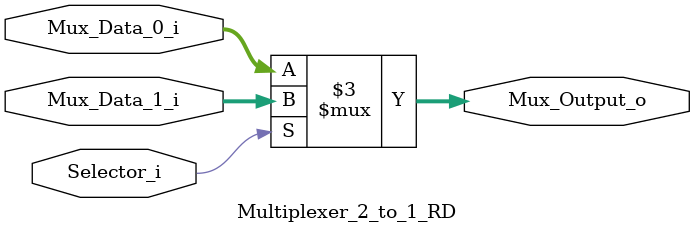
<source format=v>

module Multiplexer_2_to_1_RD
(   
	input Selector_i,
	input [4:0] Mux_Data_0_i,
	input [4:0] Mux_Data_1_i,
	
	output reg [4:0] Mux_Output_o

);

	always@(Selector_i ,Mux_Data_1_i ,Mux_Data_0_i) begin
		if(Selector_i)
			Mux_Output_o = Mux_Data_1_i;
		else
			Mux_Output_o = Mux_Data_0_i;
	end

endmodule
</source>
